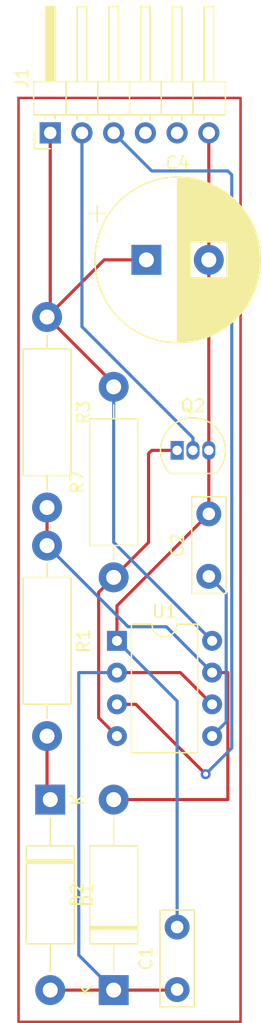
<source format=kicad_pcb>
(kicad_pcb (version 20221018) (generator pcbnew)
  (layers (0 "F.Cu" signal) (31 "B.Cu" signal) (34 "B.Paste" user) (35 "F.Paste" user) (36 "B.SilkS" user "B.Silkscreen") (37 "F.SilkS" user "F.Silkscreen") (38 "B.Mask" user) (39 "F.Mask" user) (44 "Edge.Cuts" user))
  (net 0 "")
  (net 1 "Net-(D1-A)")
  (net 2 "GND")
  (net 3 "Net-(U1-CV)")
  (net 4 "/Vcc")
  (net 5 "Net-(D1-K)")
  (net 6 "Net-(D2-A)")
  (net 7 "/SignalReset")
  (net 8 "/Out555")
  (net 9 "/StairStep")
  (net 10 "/SawTooth")
  (net 11 "/Reset555")
  (footprint "Diode_THT:D_DO-15_P15.24mm_Horizontal" (layer "F.Cu") (at 106.68 83.82 -90)
    (fp_text reference "D1" (at 7.62 -2.92 90) (layer "F.SilkS"))
    (fp_text value "1N4148")
    (fp_text user "K" (at 0 -2.2 90) (layer "F.SilkS"))
    (fp_line (start 1.44 0) (end 3.7 0) (stroke (width 0.12)) (layer "F.SilkS"))
    (fp_line (start 3.7 -1.92) (end 3.7 1.92) (stroke (width 0.12)) (layer "F.SilkS"))
    (fp_line (start 3.7 1.92) (end 11.54 1.92) (stroke (width 0.12)) (layer "F.SilkS"))
    (fp_line (start 4.84 -1.92) (end 4.84 1.92) (stroke (width 0.12)) (layer "F.SilkS"))
    (fp_line (start 4.96 -1.92) (end 4.96 1.92) (stroke (width 0.12)) (layer "F.SilkS"))
    (fp_line (start 5.08 -1.92) (end 5.08 1.92) (stroke (width 0.12)) (layer "F.SilkS"))
    (fp_line (start 11.54 -1.92) (end 3.7 -1.92) (stroke (width 0.12)) (layer "F.SilkS"))
    (fp_line (start 11.54 1.92) (end 11.54 -1.92) (stroke (width 0.12)) (layer "F.SilkS"))
    (fp_line (start 13.8 0) (end 11.54 0) (stroke (width 0.12)) (layer "F.SilkS"))
    (pad "1" thru_hole rect (at 0 0 270) (size 2.4 2.4) (drill 1.2) (layers "*.Cu" "*.Mask") (net 5 "Net-(D1-K)"))
    (pad "2" thru_hole oval (at 15.24 0 270) (size 2.4 2.4) (drill 1.2) (layers "*.Cu" "*.Mask") (net 1 "Net-(D1-A)"))
  )
  (footprint "Capacitor_THT:C_Disc_D7.5mm_W2.5mm_P5.00mm" (layer "F.Cu") (at 119.38 65.96 90)
    (fp_text reference "C2" (at 2.5 -2.5 90) (layer "F.SilkS"))
    (fp_text value "10n")
    (fp_line (start -1.37 -1.37) (end -1.37 1.37) (stroke (width 0.12)) (layer "F.SilkS"))
    (fp_line (start -1.37 -1.37) (end 6.37 -1.37) (stroke (width 0.12)) (layer "F.SilkS"))
    (fp_line (start -1.37 1.37) (end 6.37 1.37) (stroke (width 0.12)) (layer "F.SilkS"))
    (fp_line (start 6.37 -1.37) (end 6.37 1.37) (stroke (width 0.12)) (layer "F.SilkS"))
    (pad "1" thru_hole circle (at 0 0 90) (size 2 2) (drill 1) (layers "*.Cu" "*.Mask") (net 3 "Net-(U1-CV)"))
    (pad "2" thru_hole circle (at 5 0 90) (size 2 2) (drill 1) (layers "*.Cu" "*.Mask") (net 2 "GND"))
  )
  (footprint "Resistor_THT:R_Axial_DIN0411_L9.9mm_D3.6mm_P15.24mm_Horizontal" (layer "F.Cu") (at 106.426 45.212 -90)
    (fp_text reference "R3" (at 7.62 -2.92 90) (layer "F.SilkS"))
    (fp_text value "4.7k")
    (fp_line (start 1.44 0) (end 2.55 0) (stroke (width 0.12)) (layer "F.SilkS"))
    (fp_line (start 2.55 -1.92) (end 2.55 1.92) (stroke (width 0.12)) (layer "F.SilkS"))
    (fp_line (start 2.55 1.92) (end 12.69 1.92) (stroke (width 0.12)) (layer "F.SilkS"))
    (fp_line (start 12.69 -1.92) (end 2.55 -1.92) (stroke (width 0.12)) (layer "F.SilkS"))
    (fp_line (start 12.69 1.92) (end 12.69 -1.92) (stroke (width 0.12)) (layer "F.SilkS"))
    (fp_line (start 13.8 0) (end 12.69 0) (stroke (width 0.12)) (layer "F.SilkS"))
    (pad "1" thru_hole circle (at 0 0 270) (size 2.4 2.4) (drill 1.2) (layers "*.Cu" "*.Mask") (net 4 "/Vcc"))
    (pad "2" thru_hole oval (at 15.24 0 270) (size 2.4 2.4) (drill 1.2) (layers "*.Cu" "*.Mask") (net 6 "Net-(D2-A)"))
  )
  (footprint "Package_DIP:DIP-8_W7.62mm" (layer "F.Cu") (at 112.024 71.12)
    (fp_text reference "U1" (at 3.81 -2.33) (layer "F.SilkS"))
    (fp_text value "NE555P")
    (fp_line (start 1.16 -1.33) (end 1.16 8.95) (stroke (width 0.12)) (layer "F.SilkS"))
    (fp_line (start 1.16 8.95) (end 6.46 8.95) (stroke (width 0.12)) (layer "F.SilkS"))
    (fp_line (start 2.81 -1.33) (end 1.16 -1.33) (stroke (width 0.12)) (layer "F.SilkS"))
    (fp_line (start 6.46 -1.33) (end 4.81 -1.33) (stroke (width 0.12)) (layer "F.SilkS"))
    (fp_line (start 6.46 8.95) (end 6.46 -1.33) (stroke (width 0.12)) (layer "F.SilkS"))
    (fp_arc (start 4.81 -1.33) (mid 3.81 -0.33) (end 2.81 -1.33) (stroke (width 0.12)) (layer "F.SilkS"))
    (pad "1" thru_hole rect (at 0 0) (size 1.6 1.6) (drill 0.8) (layers "*.Cu" "*.Mask") (net 2 "GND"))
    (pad "2" thru_hole oval (at 0 2.54) (size 1.6 1.6) (drill 0.8) (layers "*.Cu" "*.Mask") (net 1 "Net-(D1-A)"))
    (pad "3" thru_hole oval (at 0 5.08) (size 1.6 1.6) (drill 0.8) (layers "*.Cu" "*.Mask") (net 8 "/Out555"))
    (pad "4" thru_hole oval (at 0 7.62) (size 1.6 1.6) (drill 0.8) (layers "*.Cu" "*.Mask") (net 11 "/Reset555"))
    (pad "5" thru_hole oval (at 7.62 7.62) (size 1.6 1.6) (drill 0.8) (layers "*.Cu" "*.Mask") (net 3 "Net-(U1-CV)"))
    (pad "6" thru_hole oval (at 7.62 5.08) (size 1.6 1.6) (drill 0.8) (layers "*.Cu" "*.Mask") (net 1 "Net-(D1-A)"))
    (pad "7" thru_hole oval (at 7.62 2.54) (size 1.6 1.6) (drill 0.8) (layers "*.Cu" "*.Mask") (net 6 "Net-(D2-A)"))
    (pad "8" thru_hole oval (at 7.62 0) (size 1.6 1.6) (drill 0.8) (layers "*.Cu" "*.Mask") (net 4 "/Vcc"))
  )
  (footprint "Resistor_THT:R_Axial_DIN0411_L9.9mm_D3.6mm_P15.24mm_Horizontal" (layer "F.Cu") (at 111.76 66.04 90)
    (fp_text reference "R7" (at 7.62 -2.92 90) (layer "F.SilkS"))
    (fp_text value "10k")
    (fp_line (start 1.44 0) (end 2.55 0) (stroke (width 0.12)) (layer "F.SilkS"))
    (fp_line (start 2.55 -1.92) (end 2.55 1.92) (stroke (width 0.12)) (layer "F.SilkS"))
    (fp_line (start 2.55 1.92) (end 12.69 1.92) (stroke (width 0.12)) (layer "F.SilkS"))
    (fp_line (start 12.69 -1.92) (end 2.55 -1.92) (stroke (width 0.12)) (layer "F.SilkS"))
    (fp_line (start 12.69 1.92) (end 12.69 -1.92) (stroke (width 0.12)) (layer "F.SilkS"))
    (fp_line (start 13.8 0) (end 12.69 0) (stroke (width 0.12)) (layer "F.SilkS"))
    (pad "1" thru_hole circle (at 0 0 90) (size 2.4 2.4) (drill 1.2) (layers "*.Cu" "*.Mask") (net 11 "/Reset555"))
    (pad "2" thru_hole oval (at 15.24 0 90) (size 2.4 2.4) (drill 1.2) (layers "*.Cu" "*.Mask") (net 4 "/Vcc"))
  )
  (footprint "Resistor_THT:R_Axial_DIN0411_L9.9mm_D3.6mm_P15.24mm_Horizontal" (layer "F.Cu") (at 106.426 63.5 -90)
    (fp_text reference "R1" (at 7.62 -2.92 90) (layer "F.SilkS"))
    (fp_text value "39k")
    (fp_line (start 1.44 0) (end 2.55 0) (stroke (width 0.12)) (layer "F.SilkS"))
    (fp_line (start 2.55 -1.92) (end 2.55 1.92) (stroke (width 0.12)) (layer "F.SilkS"))
    (fp_line (start 2.55 1.92) (end 12.69 1.92) (stroke (width 0.12)) (layer "F.SilkS"))
    (fp_line (start 12.69 -1.92) (end 2.55 -1.92) (stroke (width 0.12)) (layer "F.SilkS"))
    (fp_line (start 12.69 1.92) (end 12.69 -1.92) (stroke (width 0.12)) (layer "F.SilkS"))
    (fp_line (start 13.8 0) (end 12.69 0) (stroke (width 0.12)) (layer "F.SilkS"))
    (pad "1" thru_hole circle (at 0 0 270) (size 2.4 2.4) (drill 1.2) (layers "*.Cu" "*.Mask") (net 6 "Net-(D2-A)"))
    (pad "2" thru_hole oval (at 15.24 0 270) (size 2.4 2.4) (drill 1.2) (layers "*.Cu" "*.Mask") (net 5 "Net-(D1-K)"))
  )
  (footprint "Diode_THT:D_DO-15_P15.24mm_Horizontal" (layer "F.Cu") (at 111.76 99.06 90)
    (fp_text reference "D2" (at 7.62 -2.92 90) (layer "F.SilkS"))
    (fp_text value "1N4148")
    (fp_text user "K" (at 0 -2.2 90) (layer "F.SilkS"))
    (fp_line (start 1.44 0) (end 3.7 0) (stroke (width 0.12)) (layer "F.SilkS"))
    (fp_line (start 3.7 -1.92) (end 3.7 1.92) (stroke (width 0.12)) (layer "F.SilkS"))
    (fp_line (start 3.7 1.92) (end 11.54 1.92) (stroke (width 0.12)) (layer "F.SilkS"))
    (fp_line (start 4.84 -1.92) (end 4.84 1.92) (stroke (width 0.12)) (layer "F.SilkS"))
    (fp_line (start 4.96 -1.92) (end 4.96 1.92) (stroke (width 0.12)) (layer "F.SilkS"))
    (fp_line (start 5.08 -1.92) (end 5.08 1.92) (stroke (width 0.12)) (layer "F.SilkS"))
    (fp_line (start 11.54 -1.92) (end 3.7 -1.92) (stroke (width 0.12)) (layer "F.SilkS"))
    (fp_line (start 11.54 1.92) (end 11.54 -1.92) (stroke (width 0.12)) (layer "F.SilkS"))
    (fp_line (start 13.8 0) (end 11.54 0) (stroke (width 0.12)) (layer "F.SilkS"))
    (pad "1" thru_hole rect (at 0 0 90) (size 2.4 2.4) (drill 1.2) (layers "*.Cu" "*.Mask") (net 1 "Net-(D1-A)"))
    (pad "2" thru_hole oval (at 15.24 0 90) (size 2.4 2.4) (drill 1.2) (layers "*.Cu" "*.Mask") (net 6 "Net-(D2-A)"))
  )
  (footprint "Connector_PinHeader_2.54mm:PinHeader_1x06_P2.54mm_Horizontal" (layer "F.Cu") (at 106.68 30.48 90)
    (fp_text reference "J1" (at 4.385 -2.27 90) (layer "F.SilkS"))
    (fp_text value "Conn_01x06_Pin")
    (fp_line (start -1.27 -1.27) (end 0 -1.27) (stroke (width 0.12)) (layer "F.SilkS"))
    (fp_line (start -1.27 0) (end -1.27 -1.27) (stroke (width 0.12)) (layer "F.SilkS"))
    (fp_line (start 1.042929 2.16) (end 1.44 2.16) (stroke (width 0.12)) (layer "F.SilkS"))
    (fp_line (start 1.042929 2.92) (end 1.44 2.92) (stroke (width 0.12)) (layer "F.SilkS"))
    (fp_line (start 1.042929 4.7) (end 1.44 4.7) (stroke (width 0.12)) (layer "F.SilkS"))
    (fp_line (start 1.042929 5.46) (end 1.44 5.46) (stroke (width 0.12)) (layer "F.SilkS"))
    (fp_line (start 1.042929 7.24) (end 1.44 7.24) (stroke (width 0.12)) (layer "F.SilkS"))
    (fp_line (start 1.042929 8) (end 1.44 8) (stroke (width 0.12)) (layer "F.SilkS"))
    (fp_line (start 1.042929 9.78) (end 1.44 9.78) (stroke (width 0.12)) (layer "F.SilkS"))
    (fp_line (start 1.042929 10.54) (end 1.44 10.54) (stroke (width 0.12)) (layer "F.SilkS"))
    (fp_line (start 1.042929 12.32) (end 1.44 12.32) (stroke (width 0.12)) (layer "F.SilkS"))
    (fp_line (start 1.042929 13.08) (end 1.44 13.08) (stroke (width 0.12)) (layer "F.SilkS"))
    (fp_line (start 1.11 -0.38) (end 1.44 -0.38) (stroke (width 0.12)) (layer "F.SilkS"))
    (fp_line (start 1.11 0.38) (end 1.44 0.38) (stroke (width 0.12)) (layer "F.SilkS"))
    (fp_line (start 1.44 -1.33) (end 1.44 14.03) (stroke (width 0.12)) (layer "F.SilkS"))
    (fp_line (start 1.44 1.27) (end 4.1 1.27) (stroke (width 0.12)) (layer "F.SilkS"))
    (fp_line (start 1.44 3.81) (end 4.1 3.81) (stroke (width 0.12)) (layer "F.SilkS"))
    (fp_line (start 1.44 6.35) (end 4.1 6.35) (stroke (width 0.12)) (layer "F.SilkS"))
    (fp_line (start 1.44 8.89) (end 4.1 8.89) (stroke (width 0.12)) (layer "F.SilkS"))
    (fp_line (start 1.44 11.43) (end 4.1 11.43) (stroke (width 0.12)) (layer "F.SilkS"))
    (fp_line (start 1.44 14.03) (end 4.1 14.03) (stroke (width 0.12)) (layer "F.SilkS"))
    (fp_line (start 4.1 -1.33) (end 1.44 -1.33) (stroke (width 0.12)) (layer "F.SilkS"))
    (fp_line (start 4.1 -0.38) (end 10.1 -0.38) (stroke (width 0.12)) (layer "F.SilkS"))
    (fp_line (start 4.1 -0.32) (end 10.1 -0.32) (stroke (width 0.12)) (layer "F.SilkS"))
    (fp_line (start 4.1 -0.2) (end 10.1 -0.2) (stroke (width 0.12)) (layer "F.SilkS"))
    (fp_line (start 4.1 -0.08) (end 10.1 -0.08) (stroke (width 0.12)) (layer "F.SilkS"))
    (fp_line (start 4.1 0.04) (end 10.1 0.04) (stroke (width 0.12)) (layer "F.SilkS"))
    (fp_line (start 4.1 0.16) (end 10.1 0.16) (stroke (width 0.12)) (layer "F.SilkS"))
    (fp_line (start 4.1 0.28) (end 10.1 0.28) (stroke (width 0.12)) (layer "F.SilkS"))
    (fp_line (start 4.1 2.16) (end 10.1 2.16) (stroke (width 0.12)) (layer "F.SilkS"))
    (fp_line (start 4.1 4.7) (end 10.1 4.7) (stroke (width 0.12)) (layer "F.SilkS"))
    (fp_line (start 4.1 7.24) (end 10.1 7.24) (stroke (width 0.12)) (layer "F.SilkS"))
    (fp_line (start 4.1 9.78) (end 10.1 9.78) (stroke (width 0.12)) (layer "F.SilkS"))
    (fp_line (start 4.1 12.32) (end 10.1 12.32) (stroke (width 0.12)) (layer "F.SilkS"))
    (fp_line (start 4.1 14.03) (end 4.1 -1.33) (stroke (width 0.12)) (layer "F.SilkS"))
    (fp_line (start 10.1 -0.38) (end 10.1 0.38) (stroke (width 0.12)) (layer "F.SilkS"))
    (fp_line (start 10.1 0.38) (end 4.1 0.38) (stroke (width 0.12)) (layer "F.SilkS"))
    (fp_line (start 10.1 2.16) (end 10.1 2.92) (stroke (width 0.12)) (layer "F.SilkS"))
    (fp_line (start 10.1 2.92) (end 4.1 2.92) (stroke (width 0.12)) (layer "F.SilkS"))
    (fp_line (start 10.1 4.7) (end 10.1 5.46) (stroke (width 0.12)) (layer "F.SilkS"))
    (fp_line (start 10.1 5.46) (end 4.1 5.46) (stroke (width 0.12)) (layer "F.SilkS"))
    (fp_line (start 10.1 7.24) (end 10.1 8) (stroke (width 0.12)) (layer "F.SilkS"))
    (fp_line (start 10.1 8) (end 4.1 8) (stroke (width 0.12)) (layer "F.SilkS"))
    (fp_line (start 10.1 9.78) (end 10.1 10.54) (stroke (width 0.12)) (layer "F.SilkS"))
    (fp_line (start 10.1 10.54) (end 4.1 10.54) (stroke (width 0.12)) (layer "F.SilkS"))
    (fp_line (start 10.1 12.32) (end 10.1 13.08) (stroke (width 0.12)) (layer "F.SilkS"))
    (fp_line (start 10.1 13.08) (end 4.1 13.08) (stroke (width 0.12)) (layer "F.SilkS"))
    (pad "1" thru_hole rect (at 0 0 90) (size 1.7 1.7) (drill 1) (layers "*.Cu" "*.Mask") (net 4 "/Vcc"))
    (pad "2" thru_hole oval (at 0 2.54 90) (size 1.7 1.7) (drill 1) (layers "*.Cu" "*.Mask") (net 7 "/SignalReset"))
    (pad "3" thru_hole oval (at 0 5.08 90) (size 1.7 1.7) (drill 1) (layers "*.Cu" "*.Mask") (net 8 "/Out555"))
    (pad "4" thru_hole oval (at 0 7.62 90) (size 1.7 1.7) (drill 1) (layers "*.Cu" "*.Mask") (net 9 "/StairStep"))
    (pad "5" thru_hole oval (at 0 10.16 90) (size 1.7 1.7) (drill 1) (layers "*.Cu" "*.Mask") (net 10 "/SawTooth"))
    (pad "6" thru_hole oval (at 0 12.7 90) (size 1.7 1.7) (drill 1) (layers "*.Cu" "*.Mask") (net 2 "GND"))
  )
  (footprint "Package_TO_SOT_THT:TO-92_Inline" (layer "F.Cu") (at 116.84 55.88)
    (fp_text reference "Q2" (at 1.27 -3.56) (layer "F.SilkS"))
    (fp_text value "BC547")
    (fp_line (start -0.53 1.85) (end 3.07 1.85) (stroke (width 0.12)) (layer "F.SilkS"))
    (fp_arc (start -0.568478 1.838478) (mid -1.132087 -0.994977) (end 1.27 -2.6) (stroke (width 0.12)) (layer "F.SilkS"))
    (fp_arc (start 1.27 -2.6) (mid 3.672087 -0.994977) (end 3.108478 1.838478) (stroke (width 0.12)) (layer "F.SilkS"))
    (pad "1" thru_hole rect (at 0 0) (size 1.05 1.5) (drill 0.75) (layers "*.Cu" "*.Mask") (net 11 "/Reset555"))
    (pad "2" thru_hole oval (at 1.27 0) (size 1.05 1.5) (drill 0.75) (layers "*.Cu" "*.Mask") (net 7 "/SignalReset"))
    (pad "3" thru_hole oval (at 2.54 0) (size 1.05 1.5) (drill 0.75) (layers "*.Cu" "*.Mask") (net 2 "GND"))
  )
  (footprint "Capacitor_THT:C_Disc_D7.5mm_W2.5mm_P5.00mm" (layer "F.Cu") (at 116.84 99.02 90)
    (fp_text reference "C1" (at 2.5 -2.5 90) (layer "F.SilkS"))
    (fp_text value "10n")
    (fp_line (start -1.37 -1.37) (end -1.37 1.37) (stroke (width 0.12)) (layer "F.SilkS"))
    (fp_line (start -1.37 -1.37) (end 6.37 -1.37) (stroke (width 0.12)) (layer "F.SilkS"))
    (fp_line (start -1.37 1.37) (end 6.37 1.37) (stroke (width 0.12)) (layer "F.SilkS"))
    (fp_line (start 6.37 -1.37) (end 6.37 1.37) (stroke (width 0.12)) (layer "F.SilkS"))
    (pad "1" thru_hole circle (at 0 0 90) (size 2 2) (drill 1) (layers "*.Cu" "*.Mask") (net 1 "Net-(D1-A)"))
    (pad "2" thru_hole circle (at 5 0 90) (size 2 2) (drill 1) (layers "*.Cu" "*.Mask") (net 2 "GND"))
  )
  (footprint "Capacitor_THT:CP_Radial_D13.0mm_P5.00mm" (layer "F.Cu") (at 114.38 40.64)
    (fp_text reference "C4" (at 2.5 -7.75) (layer "F.SilkS"))
    (fp_text value "47u")
    (fp_line (start -4.584569 -3.715) (end -3.284569 -3.715) (stroke (width 0.12)) (layer "F.SilkS"))
    (fp_line (start -3.934569 -4.365) (end -3.934569 -3.065) (stroke (width 0.12)) (layer "F.SilkS"))
    (fp_line (start 2.5 -6.58) (end 2.5 6.58) (stroke (width 0.12)) (layer "F.SilkS"))
    (fp_line (start 2.54 -6.58) (end 2.54 6.58) (stroke (width 0.12)) (layer "F.SilkS"))
    (fp_line (start 2.58 -6.58) (end 2.58 6.58) (stroke (width 0.12)) (layer "F.SilkS"))
    (fp_line (start 2.62 -6.579) (end 2.62 6.579) (stroke (width 0.12)) (layer "F.SilkS"))
    (fp_line (start 2.66 -6.579) (end 2.66 6.579) (stroke (width 0.12)) (layer "F.SilkS"))
    (fp_line (start 2.7 -6.577) (end 2.7 6.577) (stroke (width 0.12)) (layer "F.SilkS"))
    (fp_line (start 2.74 -6.576) (end 2.74 6.576) (stroke (width 0.12)) (layer "F.SilkS"))
    (fp_line (start 2.78 -6.575) (end 2.78 6.575) (stroke (width 0.12)) (layer "F.SilkS"))
    (fp_line (start 2.82 -6.573) (end 2.82 6.573) (stroke (width 0.12)) (layer "F.SilkS"))
    (fp_line (start 2.86 -6.571) (end 2.86 6.571) (stroke (width 0.12)) (layer "F.SilkS"))
    (fp_line (start 2.9 -6.568) (end 2.9 6.568) (stroke (width 0.12)) (layer "F.SilkS"))
    (fp_line (start 2.94 -6.566) (end 2.94 6.566) (stroke (width 0.12)) (layer "F.SilkS"))
    (fp_line (start 2.98 -6.563) (end 2.98 6.563) (stroke (width 0.12)) (layer "F.SilkS"))
    (fp_line (start 3.02 -6.56) (end 3.02 6.56) (stroke (width 0.12)) (layer "F.SilkS"))
    (fp_line (start 3.06 -6.557) (end 3.06 6.557) (stroke (width 0.12)) (layer "F.SilkS"))
    (fp_line (start 3.1 -6.553) (end 3.1 6.553) (stroke (width 0.12)) (layer "F.SilkS"))
    (fp_line (start 3.14 -6.549) (end 3.14 6.549) (stroke (width 0.12)) (layer "F.SilkS"))
    (fp_line (start 3.18 -6.545) (end 3.18 6.545) (stroke (width 0.12)) (layer "F.SilkS"))
    (fp_line (start 3.221 -6.541) (end 3.221 6.541) (stroke (width 0.12)) (layer "F.SilkS"))
    (fp_line (start 3.261 -6.537) (end 3.261 6.537) (stroke (width 0.12)) (layer "F.SilkS"))
    (fp_line (start 3.301 -6.532) (end 3.301 6.532) (stroke (width 0.12)) (layer "F.SilkS"))
    (fp_line (start 3.341 -6.527) (end 3.341 6.527) (stroke (width 0.12)) (layer "F.SilkS"))
    (fp_line (start 3.381 -6.522) (end 3.381 6.522) (stroke (width 0.12)) (layer "F.SilkS"))
    (fp_line (start 3.421 -6.516) (end 3.421 6.516) (stroke (width 0.12)) (layer "F.SilkS"))
    (fp_line (start 3.461 -6.511) (end 3.461 6.511) (stroke (width 0.12)) (layer "F.SilkS"))
    (fp_line (start 3.501 -6.505) (end 3.501 6.505) (stroke (width 0.12)) (layer "F.SilkS"))
    (fp_line (start 3.541 -6.498) (end 3.541 6.498) (stroke (width 0.12)) (layer "F.SilkS"))
    (fp_line (start 3.581 -6.492) (end 3.581 -1.44) (stroke (width 0.12)) (layer "F.SilkS"))
    (fp_line (start 3.581 1.44) (end 3.581 6.492) (stroke (width 0.12)) (layer "F.SilkS"))
    (fp_line (start 3.621 -6.485) (end 3.621 -1.44) (stroke (width 0.12)) (layer "F.SilkS"))
    (fp_line (start 3.621 1.44) (end 3.621 6.485) (stroke (width 0.12)) (layer "F.SilkS"))
    (fp_line (start 3.661 -6.478) (end 3.661 -1.44) (stroke (width 0.12)) (layer "F.SilkS"))
    (fp_line (start 3.661 1.44) (end 3.661 6.478) (stroke (width 0.12)) (layer "F.SilkS"))
    (fp_line (start 3.701 -6.471) (end 3.701 -1.44) (stroke (width 0.12)) (layer "F.SilkS"))
    (fp_line (start 3.701 1.44) (end 3.701 6.471) (stroke (width 0.12)) (layer "F.SilkS"))
    (fp_line (start 3.741 -6.463) (end 3.741 -1.44) (stroke (width 0.12)) (layer "F.SilkS"))
    (fp_line (start 3.741 1.44) (end 3.741 6.463) (stroke (width 0.12)) (layer "F.SilkS"))
    (fp_line (start 3.781 -6.456) (end 3.781 -1.44) (stroke (width 0.12)) (layer "F.SilkS"))
    (fp_line (start 3.781 1.44) (end 3.781 6.456) (stroke (width 0.12)) (layer "F.SilkS"))
    (fp_line (start 3.821 -6.448) (end 3.821 -1.44) (stroke (width 0.12)) (layer "F.SilkS"))
    (fp_line (start 3.821 1.44) (end 3.821 6.448) (stroke (width 0.12)) (layer "F.SilkS"))
    (fp_line (start 3.861 -6.439) (end 3.861 -1.44) (stroke (width 0.12)) (layer "F.SilkS"))
    (fp_line (start 3.861 1.44) (end 3.861 6.439) (stroke (width 0.12)) (layer "F.SilkS"))
    (fp_line (start 3.901 -6.431) (end 3.901 -1.44) (stroke (width 0.12)) (layer "F.SilkS"))
    (fp_line (start 3.901 1.44) (end 3.901 6.431) (stroke (width 0.12)) (layer "F.SilkS"))
    (fp_line (start 3.941 -6.422) (end 3.941 -1.44) (stroke (width 0.12)) (layer "F.SilkS"))
    (fp_line (start 3.941 1.44) (end 3.941 6.422) (stroke (width 0.12)) (layer "F.SilkS"))
    (fp_line (start 3.981 -6.413) (end 3.981 -1.44) (stroke (width 0.12)) (layer "F.SilkS"))
    (fp_line (start 3.981 1.44) (end 3.981 6.413) (stroke (width 0.12)) (layer "F.SilkS"))
    (fp_line (start 4.021 -6.404) (end 4.021 -1.44) (stroke (width 0.12)) (layer "F.SilkS"))
    (fp_line (start 4.021 1.44) (end 4.021 6.404) (stroke (width 0.12)) (layer "F.SilkS"))
    (fp_line (start 4.061 -6.394) (end 4.061 -1.44) (stroke (width 0.12)) (layer "F.SilkS"))
    (fp_line (start 4.061 1.44) (end 4.061 6.394) (stroke (width 0.12)) (layer "F.SilkS"))
    (fp_line (start 4.101 -6.384) (end 4.101 -1.44) (stroke (width 0.12)) (layer "F.SilkS"))
    (fp_line (start 4.101 1.44) (end 4.101 6.384) (stroke (width 0.12)) (layer "F.SilkS"))
    (fp_line (start 4.141 -6.374) (end 4.141 -1.44) (stroke (width 0.12)) (layer "F.SilkS"))
    (fp_line (start 4.141 1.44) (end 4.141 6.374) (stroke (width 0.12)) (layer "F.SilkS"))
    (fp_line (start 4.181 -6.364) (end 4.181 -1.44) (stroke (width 0.12)) (layer "F.SilkS"))
    (fp_line (start 4.181 1.44) (end 4.181 6.364) (stroke (width 0.12)) (layer "F.SilkS"))
    (fp_line (start 4.221 -6.353) (end 4.221 -1.44) (stroke (width 0.12)) (layer "F.SilkS"))
    (fp_line (start 4.221 1.44) (end 4.221 6.353) (stroke (width 0.12)) (layer "F.SilkS"))
    (fp_line (start 4.261 -6.342) (end 4.261 -1.44) (stroke (width 0.12)) (layer "F.SilkS"))
    (fp_line (start 4.261 1.44) (end 4.261 6.342) (stroke (width 0.12)) (layer "F.SilkS"))
    (fp_line (start 4.301 -6.331) (end 4.301 -1.44) (stroke (width 0.12)) (layer "F.SilkS"))
    (fp_line (start 4.301 1.44) (end 4.301 6.331) (stroke (width 0.12)) (layer "F.SilkS"))
    (fp_line (start 4.341 -6.32) (end 4.341 -1.44) (stroke (width 0.12)) (layer "F.SilkS"))
    (fp_line (start 4.341 1.44) (end 4.341 6.32) (stroke (width 0.12)) (layer "F.SilkS"))
    (fp_line (start 4.381 -6.308) (end 4.381 -1.44) (stroke (width 0.12)) (layer "F.SilkS"))
    (fp_line (start 4.381 1.44) (end 4.381 6.308) (stroke (width 0.12)) (layer "F.SilkS"))
    (fp_line (start 4.421 -6.296) (end 4.421 -1.44) (stroke (width 0.12)) (layer "F.SilkS"))
    (fp_line (start 4.421 1.44) (end 4.421 6.296) (stroke (width 0.12)) (layer "F.SilkS"))
    (fp_line (start 4.461 -6.284) (end 4.461 -1.44) (stroke (width 0.12)) (layer "F.SilkS"))
    (fp_line (start 4.461 1.44) (end 4.461 6.284) (stroke (width 0.12)) (layer "F.SilkS"))
    (fp_line (start 4.501 -6.271) (end 4.501 -1.44) (stroke (width 0.12)) (layer "F.SilkS"))
    (fp_line (start 4.501 1.44) (end 4.501 6.271) (stroke (width 0.12)) (layer "F.SilkS"))
    (fp_line (start 4.541 -6.258) (end 4.541 -1.44) (stroke (width 0.12)) (layer "F.SilkS"))
    (fp_line (start 4.541 1.44) (end 4.541 6.258) (stroke (width 0.12)) (layer "F.SilkS"))
    (fp_line (start 4.581 -6.245) (end 4.581 -1.44) (stroke (width 0.12)) (layer "F.SilkS"))
    (fp_line (start 4.581 1.44) (end 4.581 6.245) (stroke (width 0.12)) (layer "F.SilkS"))
    (fp_line (start 4.621 -6.232) (end 4.621 -1.44) (stroke (width 0.12)) (layer "F.SilkS"))
    (fp_line (start 4.621 1.44) (end 4.621 6.232) (stroke (width 0.12)) (layer "F.SilkS"))
    (fp_line (start 4.661 -6.218) (end 4.661 -1.44) (stroke (width 0.12)) (layer "F.SilkS"))
    (fp_line (start 4.661 1.44) (end 4.661 6.218) (stroke (width 0.12)) (layer "F.SilkS"))
    (fp_line (start 4.701 -6.204) (end 4.701 -1.44) (stroke (width 0.12)) (layer "F.SilkS"))
    (fp_line (start 4.701 1.44) (end 4.701 6.204) (stroke (width 0.12)) (layer "F.SilkS"))
    (fp_line (start 4.741 -6.19) (end 4.741 -1.44) (stroke (width 0.12)) (layer "F.SilkS"))
    (fp_line (start 4.741 1.44) (end 4.741 6.19) (stroke (width 0.12)) (layer "F.SilkS"))
    (fp_line (start 4.781 -6.175) (end 4.781 -1.44) (stroke (width 0.12)) (layer "F.SilkS"))
    (fp_line (start 4.781 1.44) (end 4.781 6.175) (stroke (width 0.12)) (layer "F.SilkS"))
    (fp_line (start 4.821 -6.161) (end 4.821 -1.44) (stroke (width 0.12)) (layer "F.SilkS"))
    (fp_line (start 4.821 1.44) (end 4.821 6.161) (stroke (width 0.12)) (layer "F.SilkS"))
    (fp_line (start 4.861 -6.146) (end 4.861 -1.44) (stroke (width 0.12)) (layer "F.SilkS"))
    (fp_line (start 4.861 1.44) (end 4.861 6.146) (stroke (width 0.12)) (layer "F.SilkS"))
    (fp_line (start 4.901 -6.13) (end 4.901 -1.44) (stroke (width 0.12)) (layer "F.SilkS"))
    (fp_line (start 4.901 1.44) (end 4.901 6.13) (stroke (width 0.12)) (layer "F.SilkS"))
    (fp_line (start 4.941 -6.114) (end 4.941 -1.44) (stroke (width 0.12)) (layer "F.SilkS"))
    (fp_line (start 4.941 1.44) (end 4.941 6.114) (stroke (width 0.12)) (layer "F.SilkS"))
    (fp_line (start 4.981 -6.098) (end 4.981 -1.44) (stroke (width 0.12)) (layer "F.SilkS"))
    (fp_line (start 4.981 1.44) (end 4.981 6.098) (stroke (width 0.12)) (layer "F.SilkS"))
    (fp_line (start 5.021 -6.082) (end 5.021 -1.44) (stroke (width 0.12)) (layer "F.SilkS"))
    (fp_line (start 5.021 1.44) (end 5.021 6.082) (stroke (width 0.12)) (layer "F.SilkS"))
    (fp_line (start 5.061 -6.065) (end 5.061 -1.44) (stroke (width 0.12)) (layer "F.SilkS"))
    (fp_line (start 5.061 1.44) (end 5.061 6.065) (stroke (width 0.12)) (layer "F.SilkS"))
    (fp_line (start 5.101 -6.049) (end 5.101 -1.44) (stroke (width 0.12)) (layer "F.SilkS"))
    (fp_line (start 5.101 1.44) (end 5.101 6.049) (stroke (width 0.12)) (layer "F.SilkS"))
    (fp_line (start 5.141 -6.031) (end 5.141 -1.44) (stroke (width 0.12)) (layer "F.SilkS"))
    (fp_line (start 5.141 1.44) (end 5.141 6.031) (stroke (width 0.12)) (layer "F.SilkS"))
    (fp_line (start 5.181 -6.014) (end 5.181 -1.44) (stroke (width 0.12)) (layer "F.SilkS"))
    (fp_line (start 5.181 1.44) (end 5.181 6.014) (stroke (width 0.12)) (layer "F.SilkS"))
    (fp_line (start 5.221 -5.996) (end 5.221 -1.44) (stroke (width 0.12)) (layer "F.SilkS"))
    (fp_line (start 5.221 1.44) (end 5.221 5.996) (stroke (width 0.12)) (layer "F.SilkS"))
    (fp_line (start 5.261 -5.978) (end 5.261 -1.44) (stroke (width 0.12)) (layer "F.SilkS"))
    (fp_line (start 5.261 1.44) (end 5.261 5.978) (stroke (width 0.12)) (layer "F.SilkS"))
    (fp_line (start 5.301 -5.959) (end 5.301 -1.44) (stroke (width 0.12)) (layer "F.SilkS"))
    (fp_line (start 5.301 1.44) (end 5.301 5.959) (stroke (width 0.12)) (layer "F.SilkS"))
    (fp_line (start 5.341 -5.94) (end 5.341 -1.44) (stroke (width 0.12)) (layer "F.SilkS"))
    (fp_line (start 5.341 1.44) (end 5.341 5.94) (stroke (width 0.12)) (layer "F.SilkS"))
    (fp_line (start 5.381 -5.921) (end 5.381 -1.44) (stroke (width 0.12)) (layer "F.SilkS"))
    (fp_line (start 5.381 1.44) (end 5.381 5.921) (stroke (width 0.12)) (layer "F.SilkS"))
    (fp_line (start 5.421 -5.902) (end 5.421 -1.44) (stroke (width 0.12)) (layer "F.SilkS"))
    (fp_line (start 5.421 1.44) (end 5.421 5.902) (stroke (width 0.12)) (layer "F.SilkS"))
    (fp_line (start 5.461 -5.882) (end 5.461 -1.44) (stroke (width 0.12)) (layer "F.SilkS"))
    (fp_line (start 5.461 1.44) (end 5.461 5.882) (stroke (width 0.12)) (layer "F.SilkS"))
    (fp_line (start 5.501 -5.862) (end 5.501 -1.44) (stroke (width 0.12)) (layer "F.SilkS"))
    (fp_line (start 5.501 1.44) (end 5.501 5.862) (stroke (width 0.12)) (layer "F.SilkS"))
    (fp_line (start 5.541 -5.841) (end 5.541 -1.44) (stroke (width 0.12)) (layer "F.SilkS"))
    (fp_line (start 5.541 1.44) (end 5.541 5.841) (stroke (width 0.12)) (layer "F.SilkS"))
    (fp_line (start 5.581 -5.82) (end 5.581 -1.44) (stroke (width 0.12)) (layer "F.SilkS"))
    (fp_line (start 5.581 1.44) (end 5.581 5.82) (stroke (width 0.12)) (layer "F.SilkS"))
    (fp_line (start 5.621 -5.799) (end 5.621 -1.44) (stroke (width 0.12)) (layer "F.SilkS"))
    (fp_line (start 5.621 1.44) (end 5.621 5.799) (stroke (width 0.12)) (layer "F.SilkS"))
    (fp_line (start 5.661 -5.778) (end 5.661 -1.44) (stroke (width 0.12)) (layer "F.SilkS"))
    (fp_line (start 5.661 1.44) (end 5.661 5.778) (stroke (width 0.12)) (layer "F.SilkS"))
    (fp_line (start 5.701 -5.756) (end 5.701 -1.44) (stroke (width 0.12)) (layer "F.SilkS"))
    (fp_line (start 5.701 1.44) (end 5.701 5.756) (stroke (width 0.12)) (layer "F.SilkS"))
    (fp_line (start 5.741 -5.733) (end 5.741 -1.44) (stroke (width 0.12)) (layer "F.SilkS"))
    (fp_line (start 5.741 1.44) (end 5.741 5.733) (stroke (width 0.12)) (layer "F.SilkS"))
    (fp_line (start 5.781 -5.711) (end 5.781 -1.44) (stroke (width 0.12)) (layer "F.SilkS"))
    (fp_line (start 5.781 1.44) (end 5.781 5.711) (stroke (width 0.12)) (layer "F.SilkS"))
    (fp_line (start 5.821 -5.688) (end 5.821 -1.44) (stroke (width 0.12)) (layer "F.SilkS"))
    (fp_line (start 5.821 1.44) (end 5.821 5.688) (stroke (width 0.12)) (layer "F.SilkS"))
    (fp_line (start 5.861 -5.664) (end 5.861 -1.44) (stroke (width 0.12)) (layer "F.SilkS"))
    (fp_line (start 5.861 1.44) (end 5.861 5.664) (stroke (width 0.12)) (layer "F.SilkS"))
    (fp_line (start 5.901 -5.641) (end 5.901 -1.44) (stroke (width 0.12)) (layer "F.SilkS"))
    (fp_line (start 5.901 1.44) (end 5.901 5.641) (stroke (width 0.12)) (layer "F.SilkS"))
    (fp_line (start 5.941 -5.617) (end 5.941 -1.44) (stroke (width 0.12)) (layer "F.SilkS"))
    (fp_line (start 5.941 1.44) (end 5.941 5.617) (stroke (width 0.12)) (layer "F.SilkS"))
    (fp_line (start 5.981 -5.592) (end 5.981 -1.44) (stroke (width 0.12)) (layer "F.SilkS"))
    (fp_line (start 5.981 1.44) (end 5.981 5.592) (stroke (width 0.12)) (layer "F.SilkS"))
    (fp_line (start 6.021 -5.567) (end 6.021 -1.44) (stroke (width 0.12)) (layer "F.SilkS"))
    (fp_line (start 6.021 1.44) (end 6.021 5.567) (stroke (width 0.12)) (layer "F.SilkS"))
    (fp_line (start 6.061 -5.542) (end 6.061 -1.44) (stroke (width 0.12)) (layer "F.SilkS"))
    (fp_line (start 6.061 1.44) (end 6.061 5.542) (stroke (width 0.12)) (layer "F.SilkS"))
    (fp_line (start 6.101 -5.516) (end 6.101 -1.44) (stroke (width 0.12)) (layer "F.SilkS"))
    (fp_line (start 6.101 1.44) (end 6.101 5.516) (stroke (width 0.12)) (layer "F.SilkS"))
    (fp_line (start 6.141 -5.49) (end 6.141 -1.44) (stroke (width 0.12)) (layer "F.SilkS"))
    (fp_line (start 6.141 1.44) (end 6.141 5.49) (stroke (width 0.12)) (layer "F.SilkS"))
    (fp_line (start 6.181 -5.463) (end 6.181 -1.44) (stroke (width 0.12)) (layer "F.SilkS"))
    (fp_line (start 6.181 1.44) (end 6.181 5.463) (stroke (width 0.12)) (layer "F.SilkS"))
    (fp_line (start 6.221 -5.436) (end 6.221 -1.44) (stroke (width 0.12)) (layer "F.SilkS"))
    (fp_line (start 6.221 1.44) (end 6.221 5.436) (stroke (width 0.12)) (layer "F.SilkS"))
    (fp_line (start 6.261 -5.409) (end 6.261 -1.44) (stroke (width 0.12)) (layer "F.SilkS"))
    (fp_line (start 6.261 1.44) (end 6.261 5.409) (stroke (width 0.12)) (layer "F.SilkS"))
    (fp_line (start 6.301 -5.381) (end 6.301 -1.44) (stroke (width 0.12)) (layer "F.SilkS"))
    (fp_line (start 6.301 1.44) (end 6.301 5.381) (stroke (width 0.12)) (layer "F.SilkS"))
    (fp_line (start 6.341 -5.353) (end 6.341 -1.44) (stroke (width 0.12)) (layer "F.SilkS"))
    (fp_line (start 6.341 1.44) (end 6.341 5.353) (stroke (width 0.12)) (layer "F.SilkS"))
    (fp_line (start 6.381 -5.324) (end 6.381 -1.44) (stroke (width 0.12)) (layer "F.SilkS"))
    (fp_line (start 6.381 1.44) (end 6.381 5.324) (stroke (width 0.12)) (layer "F.SilkS"))
    (fp_line (start 6.421 -5.295) (end 6.421 -1.44) (stroke (width 0.12)) (layer "F.SilkS"))
    (fp_line (start 6.421 1.44) (end 6.421 5.295) (stroke (width 0.12)) (layer "F.SilkS"))
    (fp_line (start 6.461 -5.265) (end 6.461 5.265) (stroke (width 0.12)) (layer "F.SilkS"))
    (fp_line (start 6.501 -5.235) (end 6.501 5.235) (stroke (width 0.12)) (layer "F.SilkS"))
    (fp_line (start 6.541 -5.205) (end 6.541 5.205) (stroke (width 0.12)) (layer "F.SilkS"))
    (fp_line (start 6.581 -5.174) (end 6.581 5.174) (stroke (width 0.12)) (layer "F.SilkS"))
    (fp_line (start 6.621 -5.142) (end 6.621 5.142) (stroke (width 0.12)) (layer "F.SilkS"))
    (fp_line (start 6.661 -5.11) (end 6.661 5.11) (stroke (width 0.12)) (layer "F.SilkS"))
    (fp_line (start 6.701 -5.078) (end 6.701 5.078) (stroke (width 0.12)) (layer "F.SilkS"))
    (fp_line (start 6.741 -5.044) (end 6.741 5.044) (stroke (width 0.12)) (layer "F.SilkS"))
    (fp_line (start 6.781 -5.011) (end 6.781 5.011) (stroke (width 0.12)) (layer "F.SilkS"))
    (fp_line (start 6.821 -4.977) (end 6.821 4.977) (stroke (width 0.12)) (layer "F.SilkS"))
    (fp_line (start 6.861 -4.942) (end 6.861 4.942) (stroke (width 0.12)) (layer "F.SilkS"))
    (fp_line (start 6.901 -4.907) (end 6.901 4.907) (stroke (width 0.12)) (layer "F.SilkS"))
    (fp_line (start 6.941 -4.871) (end 6.941 4.871) (stroke (width 0.12)) (layer "F.SilkS"))
    (fp_line (start 6.981 -4.834) (end 6.981 4.834) (stroke (width 0.12)) (layer "F.SilkS"))
    (fp_line (start 7.021 -4.797) (end 7.021 4.797) (stroke (width 0.12)) (layer "F.SilkS"))
    (fp_line (start 7.061 -4.76) (end 7.061 4.76) (stroke (width 0.12)) (layer "F.SilkS"))
    (fp_line (start 7.101 -4.721) (end 7.101 4.721) (stroke (width 0.12)) (layer "F.SilkS"))
    (fp_line (start 7.141 -4.682) (end 7.141 4.682) (stroke (width 0.12)) (layer "F.SilkS"))
    (fp_line (start 7.181 -4.643) (end 7.181 4.643) (stroke (width 0.12)) (layer "F.SilkS"))
    (fp_line (start 7.221 -4.602) (end 7.221 4.602) (stroke (width 0.12)) (layer "F.SilkS"))
    (fp_line (start 7.261 -4.561) (end 7.261 4.561) (stroke (width 0.12)) (layer "F.SilkS"))
    (fp_line (start 7.301 -4.519) (end 7.301 4.519) (stroke (width 0.12)) (layer "F.SilkS"))
    (fp_line (start 7.341 -4.477) (end 7.341 4.477) (stroke (width 0.12)) (layer "F.SilkS"))
    (fp_line (start 7.381 -4.434) (end 7.381 4.434) (stroke (width 0.12)) (layer "F.SilkS"))
    (fp_line (start 7.421 -4.39) (end 7.421 4.39) (stroke (width 0.12)) (layer "F.SilkS"))
    (fp_line (start 7.461 -4.345) (end 7.461 4.345) (stroke (width 0.12)) (layer "F.SilkS"))
    (fp_line (start 7.501 -4.299) (end 7.501 4.299) (stroke (width 0.12)) (layer "F.SilkS"))
    (fp_line (start 7.541 -4.253) (end 7.541 4.253) (stroke (width 0.12)) (layer "F.SilkS"))
    (fp_line (start 7.581 -4.205) (end 7.581 4.205) (stroke (width 0.12)) (layer "F.SilkS"))
    (fp_line (start 7.621 -4.157) (end 7.621 4.157) (stroke (width 0.12)) (layer "F.SilkS"))
    (fp_line (start 7.661 -4.108) (end 7.661 4.108) (stroke (width 0.12)) (layer "F.SilkS"))
    (fp_line (start 7.701 -4.057) (end 7.701 4.057) (stroke (width 0.12)) (layer "F.SilkS"))
    (fp_line (start 7.741 -4.006) (end 7.741 4.006) (stroke (width 0.12)) (layer "F.SilkS"))
    (fp_line (start 7.781 -3.954) (end 7.781 3.954) (stroke (width 0.12)) (layer "F.SilkS"))
    (fp_line (start 7.821 -3.9) (end 7.821 3.9) (stroke (width 0.12)) (layer "F.SilkS"))
    (fp_line (start 7.861 -3.846) (end 7.861 3.846) (stroke (width 0.12)) (layer "F.SilkS"))
    (fp_line (start 7.901 -3.79) (end 7.901 3.79) (stroke (width 0.12)) (layer "F.SilkS"))
    (fp_line (start 7.941 -3.733) (end 7.941 3.733) (stroke (width 0.12)) (layer "F.SilkS"))
    (fp_line (start 7.981 -3.675) (end 7.981 3.675) (stroke (width 0.12)) (layer "F.SilkS"))
    (fp_line (start 8.021 -3.615) (end 8.021 3.615) (stroke (width 0.12)) (layer "F.SilkS"))
    (fp_line (start 8.061 -3.554) (end 8.061 3.554) (stroke (width 0.12)) (layer "F.SilkS"))
    (fp_line (start 8.101 -3.491) (end 8.101 3.491) (stroke (width 0.12)) (layer "F.SilkS"))
    (fp_line (start 8.141 -3.427) (end 8.141 3.427) (stroke (width 0.12)) (layer "F.SilkS"))
    (fp_line (start 8.181 -3.361) (end 8.181 3.361) (stroke (width 0.12)) (layer "F.SilkS"))
    (fp_line (start 8.221 -3.293) (end 8.221 3.293) (stroke (width 0.12)) (layer "F.SilkS"))
    (fp_line (start 8.261 -3.223) (end 8.261 3.223) (stroke (width 0.12)) (layer "F.SilkS"))
    (fp_line (start 8.301 -3.152) (end 8.301 3.152) (stroke (width 0.12)) (layer "F.SilkS"))
    (fp_line (start 8.341 -3.078) (end 8.341 3.078) (stroke (width 0.12)) (layer "F.SilkS"))
    (fp_line (start 8.381 -3.002) (end 8.381 3.002) (stroke (width 0.12)) (layer "F.SilkS"))
    (fp_line (start 8.421 -2.923) (end 8.421 2.923) (stroke (width 0.12)) (layer "F.SilkS"))
    (fp_line (start 8.461 -2.842) (end 8.461 2.842) (stroke (width 0.12)) (layer "F.SilkS"))
    (fp_line (start 8.501 -2.758) (end 8.501 2.758) (stroke (width 0.12)) (layer "F.SilkS"))
    (fp_line (start 8.541 -2.67) (end 8.541 2.67) (stroke (width 0.12)) (layer "F.SilkS"))
    (fp_line (start 8.581 -2.579) (end 8.581 2.579) (stroke (width 0.12)) (layer "F.SilkS"))
    (fp_line (start 8.621 -2.484) (end 8.621 2.484) (stroke (width 0.12)) (layer "F.SilkS"))
    (fp_line (start 8.661 -2.385) (end 8.661 2.385) (stroke (width 0.12)) (layer "F.SilkS"))
    (fp_line (start 8.701 -2.281) (end 8.701 2.281) (stroke (width 0.12)) (layer "F.SilkS"))
    (fp_line (start 8.741 -2.171) (end 8.741 2.171) (stroke (width 0.12)) (layer "F.SilkS"))
    (fp_line (start 8.781 -2.055) (end 8.781 2.055) (stroke (width 0.12)) (layer "F.SilkS"))
    (fp_line (start 8.821 -1.931) (end 8.821 1.931) (stroke (width 0.12)) (layer "F.SilkS"))
    (fp_line (start 8.861 -1.798) (end 8.861 1.798) (stroke (width 0.12)) (layer "F.SilkS"))
    (fp_line (start 8.901 -1.653) (end 8.901 1.653) (stroke (width 0.12)) (layer "F.SilkS"))
    (fp_line (start 8.941 -1.494) (end 8.941 1.494) (stroke (width 0.12)) (layer "F.SilkS"))
    (fp_line (start 8.981 -1.315) (end 8.981 1.315) (stroke (width 0.12)) (layer "F.SilkS"))
    (fp_line (start 9.021 -1.107) (end 9.021 1.107) (stroke (width 0.12)) (layer "F.SilkS"))
    (fp_line (start 9.061 -0.85) (end 9.061 0.85) (stroke (width 0.12)) (layer "F.SilkS"))
    (fp_line (start 9.101 -0.475) (end 9.101 0.475) (stroke (width 0.12)) (layer "F.SilkS"))
    (fp_circle (center 2.5 0) (end 9.12 0) (stroke (width 0.12)) (fill none) (layer "F.SilkS"))
    (pad "1" thru_hole rect (at 0 0) (size 2.4 2.4) (drill 1.2) (layers "*.Cu" "*.Mask") (net 4 "/Vcc"))
    (pad "2" thru_hole circle (at 5 0) (size 2.4 2.4) (drill 1.2) (layers "*.Cu" "*.Mask") (net 2 "GND"))
  )
  (gr_rect (start 104.14 27.686) (end 121.92 101.6) (stroke (width 0.2)) (fill none) (layer "F.Cu"))
  (segment (start 117.104 73.66) (end 119.644 76.2) (width 0.25) (layer "F.Cu") (net 1))
  (segment (start 112.024 73.66) (end 117.104 73.66) (width 0.25) (layer "F.Cu") (net 1))
  (segment (start 106.68 99.06) (end 111.76 99.06) (width 0.25) (layer "F.Cu") (net 1))
  (segment (start 116.8 99.06) (end 116.84 99.02) (width 0.25) (layer "F.Cu") (net 1))
  (segment (start 111.76 99.06) (end 116.8 99.06) (width 0.25) (layer "F.Cu") (net 1))
  (segment (start 108.966 73.66) (end 108.966 96.266) (width 0.25) (layer "B.Cu") (net 1))
  (segment (start 112.024 73.66) (end 108.966 73.66) (width 0.25) (layer "B.Cu") (net 1))
  (segment (start 108.966 96.266) (end 111.76 99.06) (width 0.25) (layer "B.Cu") (net 1))
  (segment (start 119.38 40.64) (end 119.38 55.88) (width 0.25) (layer "F.Cu") (net 2))
  (segment (start 119.38 60.96) (end 112.024 68.316) (width 0.25) (layer "F.Cu") (net 2))
  (segment (start 119.38 30.48) (end 119.38 40.64) (width 0.25) (layer "F.Cu") (net 2))
  (segment (start 119.38 55.88) (end 119.38 60.96) (width 0.25) (layer "F.Cu") (net 2))
  (segment (start 112.024 68.316) (end 112.024 71.12) (width 0.25) (layer "F.Cu") (net 2))
  (segment (start 116.84 94.02) (end 116.84 75.936) (width 0.25) (layer "B.Cu") (net 2))
  (segment (start 116.84 75.936) (end 112.024 71.12) (width 0.25) (layer "B.Cu") (net 2))
  (segment (start 120.769 67.349) (end 120.769 77.615) (width 0.25) (layer "B.Cu") (net 3))
  (segment (start 120.769 77.615) (end 119.644 78.74) (width 0.25) (layer "B.Cu") (net 3))
  (segment (start 119.38 65.96) (end 120.769 67.349) (width 0.25) (layer "B.Cu") (net 3))
  (segment (start 114.38 40.64) (end 110.998 40.64) (width 0.25) (layer "F.Cu") (net 4))
  (segment (start 106.68 44.958) (end 106.426 45.212) (width 0.25) (layer "F.Cu") (net 4))
  (segment (start 106.68 30.48) (end 106.68 44.958) (width 0.25) (layer "F.Cu") (net 4))
  (segment (start 106.426 45.212) (end 111.76 50.546) (width 0.25) (layer "F.Cu") (net 4))
  (segment (start 110.998 40.64) (end 106.426 45.212) (width 0.25) (layer "F.Cu") (net 4))
  (segment (start 111.76 50.546) (end 111.76 50.8) (width 0.25) (layer "F.Cu") (net 4))
  (segment (start 111.76 63.236) (end 111.76 50.8) (width 0.25) (layer "B.Cu") (net 4))
  (segment (start 119.644 71.12) (end 111.76 63.236) (width 0.25) (layer "B.Cu") (net 4))
  (segment (start 106.426 83.566) (end 106.68 83.82) (width 0.25) (layer "F.Cu") (net 5))
  (segment (start 106.426 78.74) (end 106.426 83.566) (width 0.25) (layer "F.Cu") (net 5))
  (segment (start 120.904 83.82) (end 120.904 73.66) (width 0.25) (layer "F.Cu") (net 6))
  (segment (start 111.76 83.82) (end 120.904 83.82) (width 0.25) (layer "F.Cu") (net 6))
  (segment (start 106.426 60.452) (end 106.426 63.5) (width 0.25) (layer "F.Cu") (net 6))
  (segment (start 120.904 73.66) (end 119.644 73.66) (width 0.25) (layer "F.Cu") (net 6))
  (segment (start 115.979 69.995) (end 112.921 69.995) (width 0.25) (layer "B.Cu") (net 6))
  (segment (start 119.644 73.66) (end 115.979 69.995) (width 0.25) (layer "B.Cu") (net 6))
  (segment (start 112.921 69.995) (end 106.426 63.5) (width 0.25) (layer "B.Cu") (net 6))
  (segment (start 109.22 45.99) (end 109.22 30.48) (width 0.25) (layer "B.Cu") (net 7))
  (segment (start 118.11 55.88) (end 118.11 54.88) (width 0.25) (layer "B.Cu") (net 7))
  (segment (start 118.11 54.88) (end 109.22 45.99) (width 0.25) (layer "B.Cu") (net 7))
  (segment (start 113.538 76.2) (end 112.024 76.2) (width 0.25) (layer "F.Cu") (net 8))
  (segment (start 119.126 81.788) (end 113.538 76.2) (width 0.25) (layer "F.Cu") (net 8))
  (via (at 119.126 81.788) (size 0.8) (drill 0.4) (layers "F.Cu" "B.Cu") (net 8))
  (via (at 119.126 81.788) (size 0.8) (drill 0.4) (layers "F.Cu" "B.Cu") (net 8))
  (via (at 119.126 81.788) (size 0.8) (drill 0.4) (layers "F.Cu" "B.Cu") (net 8))
  (segment (start 121.219 79.695) (end 119.126 81.788) (width 0.25) (layer "B.Cu") (net 8))
  (segment (start 121.219 33.843) (end 121.219 79.695) (width 0.25) (layer "B.Cu") (net 8))
  (segment (start 114.808 33.528) (end 120.904 33.528) (width 0.25) (layer "B.Cu") (net 8))
  (segment (start 120.904 33.528) (end 121.219 33.843) (width 0.25) (layer "B.Cu") (net 8))
  (segment (start 111.76 30.48) (end 114.808 33.528) (width 0.25) (layer "B.Cu") (net 8))
  (segment (start 111.76 66.04) (end 114.554 63.246) (width 0.25) (layer "F.Cu") (net 11))
  (segment (start 114.554 63.246) (end 114.554 56.134) (width 0.25) (layer "F.Cu") (net 11))
  (segment (start 114.554 56.134) (end 114.808 55.88) (width 0.25) (layer "F.Cu") (net 11))
  (segment (start 110.56 67.24) (end 110.56 77.276) (width 0.25) (layer "F.Cu") (net 11))
  (segment (start 111.76 66.04) (end 110.56 67.24) (width 0.25) (layer "F.Cu") (net 11))
  (segment (start 114.808 55.88) (end 116.84 55.88) (width 0.25) (layer "F.Cu") (net 11))
  (segment (start 110.56 77.276) (end 112.024 78.74) (width 0.25) (layer "F.Cu") (net 11))
)
</source>
